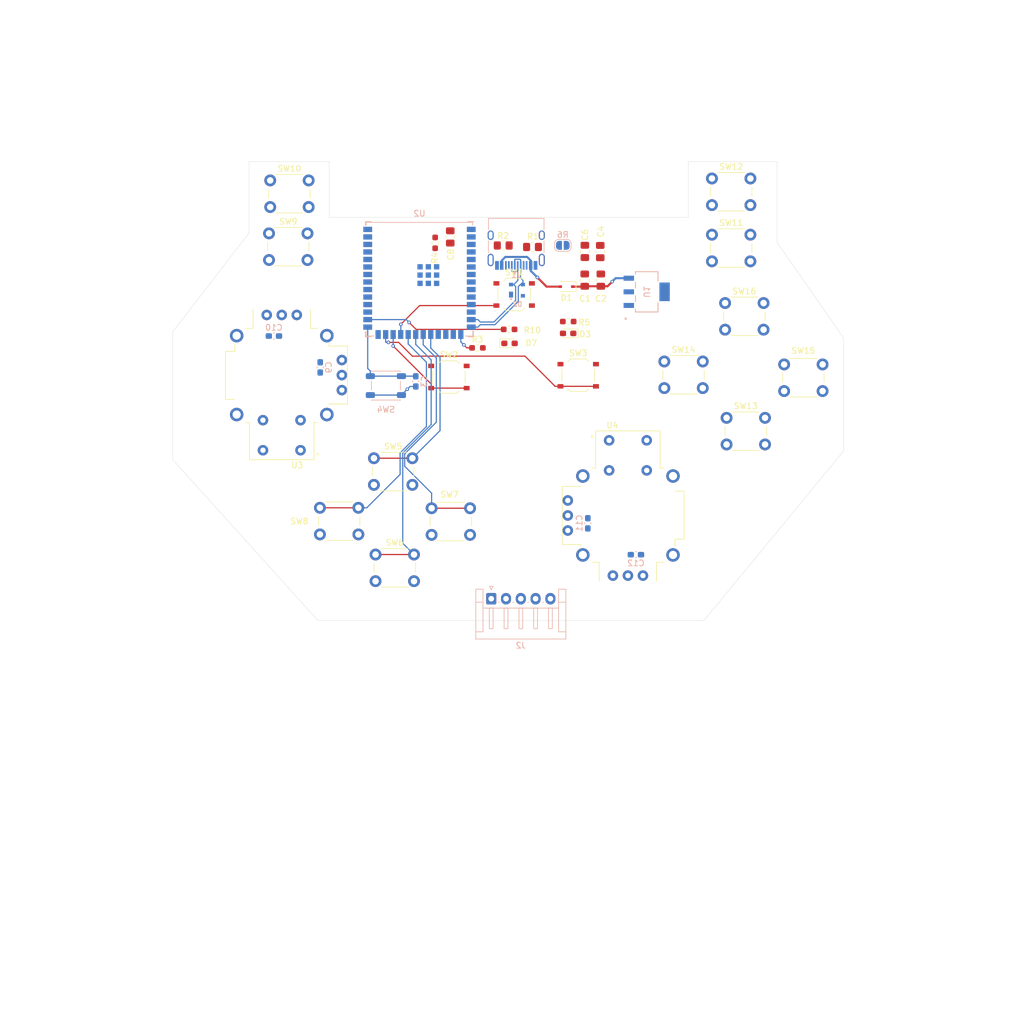
<source format=kicad_pcb>
(kicad_pcb (version 20241229) (generator "pcbnew") (generator_version "9.0")
  (layers (0 "F.Cu" signal) (2 "B.Cu" signal) (13 "F.Paste" user) (15 "B.Paste" user) (5 "F.SilkS" user "F.Silkscreen") (7 "B.SilkS" user "B.Silkscreen") (1 "F.Mask" user) (3 "B.Mask" user) (25 "Edge.Cuts" user))
  (net 0 "")
  (net 1 "GND")
  (net 2 "VCC_5V")
  (net 3 "GPIO0")
  (net 4 "VCC_3V3")
  (net 5 "/CHIP_PU")
  (net 6 "VBUS")
  (net 7 "D+")
  (net 8 "D-")
  (net 9 "Net-(D3-A)")
  (net 10 "Net-(D7-A)")
  (net 12 "/CC2")
  (net 13 "/CC1")
  (net 15 "TXD0")
  (net 16 "RXD0")
  (net 17 "GPIO42")
  (net 18 "GPIO41")
  (net 19 "GPIO2")
  (net 20 "GPIO8")
  (net 21 "GPIO1")
  (net 22 "GPIO15")
  (net 23 "GPIO7")
  (net 24 "GPIO10")
  (net 25 "GPIO9")
  (net 26 "GPIO11")
  (net 27 "GPIO12")
  (net 28 "GPIO14")
  (net 29 "GPIO16")
  (net 30 "GPIO5")
  (net 31 "GPIO13")
  (net 32 "GPIO4")
  (net 33 "GPIO18")
  (net 34 "GPIO6")
  (net 35 "GPIO17")
  (net 36 "GPIO3")
  (net 37 "ESP_3.3V")
  (net 38 "GPIO38")
  (net 39 "GPIO37")
  (net 40 "GPIO36")
  (net 41 "GPIO35")
  (net 42 "GPIO21")
  (net 43 "GPIO47")
  (net 44 "GPIO48")
  (footprint "Capacitor_SMD:C_0805_2012Metric_Pad1.18x1.45mm_HandSolder" (layer "F.Cu") (at 130.775 56.75 90)
    (property "Reference" "C8" (at -2.9875 0.075 90) (layer "F.SilkS"))
    (property "Value" "1uF")
    (pad "1" smd roundrect (at -1.0375 0 90) (size 1.175 1.45) (layers "F.Cu" "F.Mask" "F.Paste") (roundrect_rratio 0.212766) (net 5 "/CHIP_PU"))
    (pad "2" smd roundrect (at 1.0375 0 90) (size 1.175 1.45) (layers "F.Cu" "F.Mask" "F.Paste") (roundrect_rratio 0.212766) (net 1 "GND"))
  )
  (footprint "Button_Switch_THT:SW_PUSH_6mm" (layer "F.Cu") (at 100.15 56.15)
    (property "Reference" "SW9" (at 3.25 -2 0) (layer "F.SilkS"))
    (property "Value" "SW_Push")
    (pad "1" thru_hole circle (at 0 0 90) (size 2 2) (drill 1.1) (layers "*.Cu" "*.Mask") (net 33 "GPIO18"))
    (pad "1" thru_hole circle (at 6.5 0 90) (size 2 2) (drill 1.1) (layers "*.Cu" "*.Mask") (net 33 "GPIO18"))
    (pad "2" thru_hole circle (at 0 4.5 90) (size 2 2) (drill 1.1) (layers "*.Cu" "*.Mask") (net 1 "GND"))
    (pad "2" thru_hole circle (at 6.5 4.5 90) (size 2 2) (drill 1.1) (layers "*.Cu" "*.Mask") (net 1 "GND"))
  )
  (footprint "COM_09032:XDCR_COM-09032" (layer "F.Cu") (at 160.8 103.825)
    (property "Reference" "U4" (at -2.625 -15.235 0) (layer "F.SilkS"))
    (property "Value" "COM-09032")
    (pad "B1A" thru_hole circle (at -3.175 -12.7) (size 1.778 1.778) (drill 0.9) (layers "*.Cu" "*.Mask") (net 21 "GPIO1"))
    (pad "B1B" thru_hole circle (at 3.175 -12.7) (size 1.778 1.778) (drill 0.9) (layers "*.Cu" "*.Mask"))
    (pad "B2A" thru_hole circle (at -3.175 -7.62) (size 1.778 1.778) (drill 0.9) (layers "*.Cu" "*.Mask") (net 1 "GND"))
    (pad "B2B" thru_hole circle (at 3.175 -7.62) (size 1.778 1.778) (drill 0.9) (layers "*.Cu" "*.Mask"))
    (pad "H1" thru_hole circle (at -2.54 10.16) (size 1.778 1.778) (drill 0.889) (layers "*.Cu" "*.Mask") (net 4 "VCC_3V3"))
    (pad "H2" thru_hole circle (at 0 10.16) (size 1.778 1.778) (drill 0.889) (layers "*.Cu" "*.Mask") (net 19 "GPIO2"))
    (pad "H3" thru_hole circle (at 2.54 10.16) (size 1.778 1.778) (drill 0.889) (layers "*.Cu" "*.Mask") (net 1 "GND"))
    (pad "S1" thru_hole circle (at -7.62 -6.6675) (size 2.286 2.286) (drill 1.397) (layers "*.Cu" "*.Mask") (net 1 "GND"))
    (pad "S2" thru_hole circle (at -7.62 6.6675) (size 2.286 2.286) (drill 1.397) (layers "*.Cu" "*.Mask") (net 1 "GND"))
    (pad "S3" thru_hole circle (at 7.62 6.6675) (size 2.286 2.286) (drill 1.397) (layers "*.Cu" "*.Mask") (net 1 "GND"))
    (pad "S4" thru_hole circle (at 7.62 -6.6675) (size 2.286 2.286) (drill 1.397) (layers "*.Cu" "*.Mask") (net 1 "GND"))
    (pad "V1" thru_hole circle (at -10.16 -2.54) (size 1.778 1.778) (drill 0.889) (layers "*.Cu" "*.Mask") (net 4 "VCC_3V3"))
    (pad "V2" thru_hole circle (at -10.16 0) (size 1.778 1.778) (drill 0.889) (layers "*.Cu" "*.Mask") (net 22 "GPIO15"))
    (pad "V3" thru_hole circle (at -10.16 2.54) (size 1.778 1.778) (drill 0.889) (layers "*.Cu" "*.Mask") (net 1 "GND"))
  )
  (footprint "Button_Switch_THT:SW_PUSH_6mm" (layer "F.Cu") (at 175 46.875)
    (property "Reference" "SW12" (at 3.25 -2 0) (layer "F.SilkS"))
    (property "Value" "SW_Push")
    (pad "1" thru_hole circle (at 0 0 90) (size 2 2) (drill 1.1) (layers "*.Cu" "*.Mask") (net 1 "GND"))
    (pad "1" thru_hole circle (at 6.5 0 90) (size 2 2) (drill 1.1) (layers "*.Cu" "*.Mask") (net 1 "GND"))
    (pad "2" thru_hole circle (at 0 4.5 90) (size 2 2) (drill 1.1) (layers "*.Cu" "*.Mask") (net 36 "GPIO3"))
    (pad "2" thru_hole circle (at 6.5 4.5 90) (size 2 2) (drill 1.1) (layers "*.Cu" "*.Mask") (net 36 "GPIO3"))
  )
  (footprint "Button_Switch_THT:SW_PUSH_6mm" (layer "F.Cu") (at 193.7 82.8 180)
    (property "Reference" "SW15" (at 3.25 6.825 0) (layer "F.SilkS"))
    (property "Value" "SW_Push")
    (pad "1" thru_hole circle (at 0 0 270) (size 2 2) (drill 1.1) (layers "*.Cu" "*.Mask") (net 1 "GND"))
    (pad "1" thru_hole circle (at 6.5 0 270) (size 2 2) (drill 1.1) (layers "*.Cu" "*.Mask") (net 1 "GND"))
    (pad "2" thru_hole circle (at 0 4.5 270) (size 2 2) (drill 1.1) (layers "*.Cu" "*.Mask") (net 20 "GPIO8"))
    (pad "2" thru_hole circle (at 6.5 4.5 270) (size 2 2) (drill 1.1) (layers "*.Cu" "*.Mask") (net 20 "GPIO8"))
  )
  (footprint "Button_Switch_THT:SW_PUSH_6mm" (layer "F.Cu") (at 134.125 107.1 180)
    (property "Reference" "SW7" (at 3.475 6.825 0) (layer "F.SilkS"))
    (property "Value" "SW_Push")
    (pad "1" thru_hole circle (at 0 0 270) (size 2 2) (drill 1.1) (layers "*.Cu" "*.Mask") (net 1 "GND"))
    (pad "1" thru_hole circle (at 6.5 0 270) (size 2 2) (drill 1.1) (layers "*.Cu" "*.Mask") (net 1 "GND"))
    (pad "2" thru_hole circle (at 0 4.5 270) (size 2 2) (drill 1.1) (layers "*.Cu" "*.Mask") (net 27 "GPIO12"))
    (pad "2" thru_hole circle (at 6.5 4.5 270) (size 2 2) (drill 1.1) (layers "*.Cu" "*.Mask") (net 27 "GPIO12"))
  )
  (footprint "footprints:SW_Push_1P1T_XKB_TS-1187A" (layer "F.Cu") (at 152.4 80.125)
    (property "Reference" "SW3" (at 0 -3.75 0) (layer "F.SilkS"))
    (property "Value" "SW_Push")
    (pad "1" smd rect (at -3 -1.875) (size 1 0.75) (layers "F.Cu" "F.Mask" "F.Paste") (net 1 "GND"))
    (pad "1" smd rect (at 3 -1.875) (size 1 0.75) (layers "F.Cu" "F.Mask" "F.Paste") (net 1 "GND"))
    (pad "2" smd rect (at -3 1.875) (size 1 0.75) (layers "F.Cu" "F.Mask" "F.Paste") (net 44 "GPIO48"))
    (pad "2" smd rect (at 3 1.875) (size 1 0.75) (layers "F.Cu" "F.Mask" "F.Paste") (net 44 "GPIO48"))
  )
  (footprint "footprints:SW_Push_1P1T_XKB_TS-1187A" (layer "F.Cu") (at 130.55 80.425)
    (property "Reference" "SW2" (at 0 -3.75 0) (layer "F.SilkS"))
    (property "Value" "SW_Push")
    (pad "1" smd rect (at -3 -1.875) (size 1 0.75) (layers "F.Cu" "F.Mask" "F.Paste") (net 1 "GND"))
    (pad "1" smd rect (at 3 -1.875) (size 1 0.75) (layers "F.Cu" "F.Mask" "F.Paste") (net 1 "GND"))
    (pad "2" smd rect (at -3 1.875) (size 1 0.75) (layers "F.Cu" "F.Mask" "F.Paste") (net 43 "GPIO47"))
    (pad "2" smd rect (at 3 1.875) (size 1 0.75) (layers "F.Cu" "F.Mask" "F.Paste") (net 43 "GPIO47"))
  )
  (footprint "Resistor_SMD:R_0805_2012Metric_Pad1.20x1.40mm_HandSolder" (layer "F.Cu") (at 144.675 58.45 180)
    (property "Reference" "R1" (at -0.075 1.775 0) (layer "F.SilkS"))
    (property "Value" "5.1K")
    (pad "1" smd roundrect (at -1 0 180) (size 1.2 1.4) (layers "F.Cu" "F.Mask" "F.Paste") (roundrect_rratio 0.208333) (net 1 "GND"))
    (pad "2" smd roundrect (at 1 0 180) (size 1.2 1.4) (layers "F.Cu" "F.Mask" "F.Paste") (roundrect_rratio 0.208333) (net 12 "/CC2"))
  )
  (footprint "Button_Switch_THT:SW_PUSH_6mm" (layer "F.Cu") (at 117.875 94.15)
    (property "Reference" "SW5" (at 3.25 -2 0) (layer "F.SilkS"))
    (property "Value" "SW_Push")
    (pad "1" thru_hole circle (at 0 0 90) (size 2 2) (drill 1.1) (layers "*.Cu" "*.Mask") (net 26 "GPIO11"))
    (pad "1" thru_hole circle (at 6.5 0 90) (size 2 2) (drill 1.1) (layers "*.Cu" "*.Mask") (net 26 "GPIO11"))
    (pad "2" thru_hole circle (at 0 4.5 90) (size 2 2) (drill 1.1) (layers "*.Cu" "*.Mask") (net 1 "GND"))
    (pad "2" thru_hole circle (at 6.5 4.5 90) (size 2 2) (drill 1.1) (layers "*.Cu" "*.Mask") (net 1 "GND"))
  )
  (footprint "Resistor_SMD:R_0603_1608Metric_Pad0.98x0.95mm_HandSolder" (layer "F.Cu") (at 140.725 72.375)
    (property "Reference" "R10" (at 3.925 0.125 0) (layer "F.SilkS"))
    (property "Value" "1K")
    (pad "1" smd roundrect (at -0.9125 0) (size 0.975 0.95) (layers "F.Cu" "F.Mask" "F.Paste") (net 41 "GPIO35"))
    (pad "2" smd roundrect (at 0.9125 0) (size 0.975 0.95) (layers "F.Cu" "F.Mask" "F.Paste") (net 10 "Net-(D7-A)"))
  )
  (footprint "Resistor_SMD:R_0603_1608Metric_Pad0.98x0.95mm_HandSolder" (layer "F.Cu") (at 128.225 57.75 90)
    (property "Reference" "R4" (at -2.55 -0.05 90) (layer "F.SilkS"))
    (property "Value" "10K")
    (pad "1" smd roundrect (at -0.9125 0 90) (size 0.975 0.95) (layers "F.Cu" "F.Mask" "F.Paste") (net 5 "/CHIP_PU"))
    (pad "2" smd roundrect (at 0.9125 0 90) (size 0.975 0.95) (layers "F.Cu" "F.Mask" "F.Paste") (net 37 "ESP_3.3V"))
  )
  (footprint "Button_Switch_THT:SW_PUSH_6mm" (layer "F.Cu") (at 118.15 110.425)
    (property "Reference" "SW6" (at 3.25 -2 0) (layer "F.SilkS"))
    (property "Value" "SW_Push")
    (pad "1" thru_hole circle (at 0 0 90) (size 2 2) (drill 1.1) (layers "*.Cu" "*.Mask") (net 31 "GPIO13"))
    (pad "1" thru_hole circle (at 6.5 0 90) (size 2 2) (drill 1.1) (layers "*.Cu" "*.Mask") (net 31 "GPIO13"))
    (pad "2" thru_hole circle (at 0 4.5 90) (size 2 2) (drill 1.1) (layers "*.Cu" "*.Mask") (net 1 "GND"))
    (pad "2" thru_hole circle (at 6.5 4.5 90) (size 2 2) (drill 1.1) (layers "*.Cu" "*.Mask") (net 1 "GND"))
  )
  (footprint "LED_SMD:LED_0603_1608Metric_Pad1.05x0.95mm_HandSolder" (layer "F.Cu") (at 150.7 73.05 180)
    (property "Reference" "D3" (at -2.875 -0.15 0) (layer "F.SilkS"))
    (property "Value" "LED")
    (pad "1" smd roundrect (at -0.875 0 180) (size 1.05 0.95) (layers "F.Cu" "F.Mask" "F.Paste") (net 1 "GND"))
    (pad "2" smd roundrect (at 0.875 0 180) (size 1.05 0.95) (layers "F.Cu" "F.Mask" "F.Paste") (net 9 "Net-(D3-A)"))
  )
  (footprint "Button_Switch_THT:SW_PUSH_6mm" (layer "F.Cu") (at 177.475 87.325)
    (property "Reference" "SW13" (at 3.25 -2 0) (layer "F.SilkS"))
    (property "Value" "SW_Push")
    (pad "1" thru_hole circle (at 0 0 90) (size 2 2) (drill 1.1) (layers "*.Cu" "*.Mask") (net 23 "GPIO7"))
    (pad "1" thru_hole circle (at 6.5 0 90) (size 2 2) (drill 1.1) (layers "*.Cu" "*.Mask") (net 23 "GPIO7"))
    (pad "2" thru_hole circle (at 0 4.5 90) (size 2 2) (drill 1.1) (layers "*.Cu" "*.Mask") (net 1 "GND"))
    (pad "2" thru_hole circle (at 6.5 4.5 90) (size 2 2) (drill 1.1) (layers "*.Cu" "*.Mask") (net 1 "GND"))
  )
  (footprint "footprints:SW_Push_1P1T_XKB_TS-1187A" (layer "F.Cu") (at 141.575 66.475)
    (property "Reference" "SW1" (at 0 -3.75 0) (layer "F.SilkS"))
    (property "Value" "SW_Push")
    (pad "1" smd rect (at -3 -1.875) (size 1 0.75) (layers "F.Cu" "F.Mask" "F.Paste") (net 1 "GND"))
    (pad "1" smd rect (at 3 -1.875) (size 1 0.75) (layers "F.Cu" "F.Mask" "F.Paste") (net 1 "GND"))
    (pad "2" smd rect (at -3 1.875) (size 1 0.75) (layers "F.Cu" "F.Mask" "F.Paste") (net 42 "GPIO21"))
    (pad "2" smd rect (at 3 1.875) (size 1 0.75) (layers "F.Cu" "F.Mask" "F.Paste") (net 42 "GPIO21"))
  )
  (footprint "Button_Switch_THT:SW_PUSH_6mm" (layer "F.Cu") (at 115.25 107.025 180)
    (property "Reference" "SW8" (at 9.975 2.225 0) (layer "F.SilkS"))
    (property "Value" "SW_Push")
    (pad "1" thru_hole circle (at 0 0 270) (size 2 2) (drill 1.1) (layers "*.Cu" "*.Mask") (net 1 "GND"))
    (pad "1" thru_hole circle (at 6.5 0 270) (size 2 2) (drill 1.1) (layers "*.Cu" "*.Mask") (net 1 "GND"))
    (pad "2" thru_hole circle (at 0 4.5 270) (size 2 2) (drill 1.1) (layers "*.Cu" "*.Mask") (net 28 "GPIO14"))
    (pad "2" thru_hole circle (at 6.5 4.5 270) (size 2 2) (drill 1.1) (layers "*.Cu" "*.Mask") (net 28 "GPIO14"))
  )
  (footprint "COM_09032:XDCR_COM-09032" (layer "F.Cu") (at 102.3 80.1 180)
    (property "Reference" "U3" (at -2.625 -15.235 0) (layer "F.SilkS"))
    (property "Value" "COM-09032")
    (pad "B1A" thru_hole circle (at -3.175 -12.7 180) (size 1.778 1.778) (drill 0.9) (layers "*.Cu" "*.Mask") (net 29 "GPIO16"))
    (pad "B1B" thru_hole circle (at 3.175 -12.7 180) (size 1.778 1.778) (drill 0.9) (layers "*.Cu" "*.Mask"))
    (pad "B2A" thru_hole circle (at -3.175 -7.62 180) (size 1.778 1.778) (drill 0.9) (layers "*.Cu" "*.Mask") (net 1 "GND"))
    (pad "B2B" thru_hole circle (at 3.175 -7.62 180) (size 1.778 1.778) (drill 0.9) (layers "*.Cu" "*.Mask"))
    (pad "H1" thru_hole circle (at -2.54 10.16 180) (size 1.778 1.778) (drill 0.889) (layers "*.Cu" "*.Mask") (net 4 "VCC_3V3"))
    (pad "H2" thru_hole circle (at 0 10.16 180) (size 1.778 1.778) (drill 0.889) (layers "*.Cu" "*.Mask") (net 30 "GPIO5"))
    (pad "H3" thru_hole circle (at 2.54 10.16 180) (size 1.778 1.778) (drill 0.889) (layers "*.Cu" "*.Mask") (net 1 "GND"))
    (pad "S1" thru_hole circle (at -7.62 -6.6675 180) (size 2.286 2.286) (drill 1.397) (layers "*.Cu" "*.Mask") (net 1 "GND"))
    (pad "S2" thru_hole circle (at -7.62 6.6675 180) (size 2.286 2.286) (drill 1.397) (layers "*.Cu" "*.Mask") (net 1 "GND"))
    (pad "S3" thru_hole circle (at 7.62 6.6675 180) (size 2.286 2.286) (drill 1.397) (layers "*.Cu" "*.Mask") (net 1 "GND"))
    (pad "S4" thru_hole circle (at 7.62 -6.6675 180) (size 2.286 2.286) (drill 1.397) (layers "*.Cu" "*.Mask") (net 1 "GND"))
    (pad "V1" thru_hole circle (at -10.16 -2.54 180) (size 1.778 1.778) (drill 0.889) (layers "*.Cu" "*.Mask") (net 4 "VCC_3V3"))
    (pad "V2" thru_hole circle (at -10.16 0 180) (size 1.778 1.778) (drill 0.889) (layers "*.Cu" "*.Mask") (net 32 "GPIO4"))
    (pad "V3" thru_hole circle (at -10.16 2.54 180) (size 1.778 1.778) (drill 0.889) (layers "*.Cu" "*.Mask") (net 1 "GND"))
  )
  (footprint "Capacitor_SMD:C_0805_2012Metric_Pad1.18x1.45mm_HandSolder" (layer "F.Cu") (at 153.525 59.2 -90)
    (property "Reference" "C6" (at -2.8 -0.025 90) (layer "F.SilkS"))
    (property "Value" "10uF")
    (pad "1" smd roundrect (at -1.0375 0 270) (size 1.175 1.45) (layers "F.Cu" "F.Mask" "F.Paste") (roundrect_rratio 0.212766) (net 4 "VCC_3V3"))
    (pad "2" smd roundrect (at 1.0375 0 270) (size 1.175 1.45) (layers "F.Cu" "F.Mask" "F.Paste") (roundrect_rratio 0.212766) (net 1 "GND"))
  )
  (footprint "Capacitor_SMD:C_0805_2012Metric_Pad1.18x1.45mm_HandSolder" (layer "F.Cu") (at 153.5 64.05 90)
    (property "Reference" "C1" (at -3.125 0.05 0) (layer "F.SilkS"))
    (property "Value" "10uF")
    (pad "1" smd roundrect (at -1.0375 0 90) (size 1.175 1.45) (layers "F.Cu" "F.Mask" "F.Paste") (roundrect_rratio 0.212766) (net 2 "VCC_5V"))
    (pad "2" smd roundrect (at 1.0375 0 90) (size 1.175 1.45) (layers "F.Cu" "F.Mask" "F.Paste") (roundrect_rratio 0.212766) (net 1 "GND"))
  )
  (footprint "LED_SMD:LED_0603_1608Metric_Pad1.05x0.95mm_HandSolder" (layer "F.Cu") (at 140.79 74.735)
    (property "Reference" "D7" (at 3.685 -0.06 0) (layer "F.SilkS"))
    (property "Value" "LED")
    (pad "1" smd roundrect (at -0.875 0) (size 1.05 0.95) (layers "F.Cu" "F.Mask" "F.Paste") (net 1 "GND"))
    (pad "2" smd roundrect (at 0.875 0) (size 1.05 0.95) (layers "F.Cu" "F.Mask" "F.Paste") (net 10 "Net-(D7-A)"))
  )
  (footprint "Resistor_SMD:R_0603_1608Metric_Pad0.98x0.95mm_HandSolder" (layer "F.Cu") (at 135.375 75.5)
    (property "Reference" "R3" (at 0 -1.43 0) (layer "F.SilkS"))
    (property "Value" "1K")
    (pad "1" smd roundrect (at -0.9125 0) (size 0.975 0.95) (layers "F.Cu" "F.Mask" "F.Paste") (net 36 "GPIO3"))
    (pad "2" smd roundrect (at 0.9125 0) (size 0.975 0.95) (layers "F.Cu" "F.Mask" "F.Paste") (net 4 "VCC_3V3"))
  )
  (footprint "Capacitor_SMD:C_0805_2012Metric_Pad1.18x1.45mm_HandSolder" (layer "F.Cu") (at 156.225 64.05 90)
    (property "Reference" "C2" (at -3.125 0 0) (layer "F.SilkS"))
    (property "Value" "0.1uF")
    (pad "1" smd roundrect (at -1.0375 0 90) (size 1.175 1.45) (layers "F.Cu" "F.Mask" "F.Paste") (roundrect_rratio 0.212766) (net 2 "VCC_5V"))
    (pad "2" smd roundrect (at 1.0375 0 90) (size 1.175 1.45) (layers "F.Cu" "F.Mask" "F.Paste") (roundrect_rratio 0.212766) (net 1 "GND"))
  )
  (footprint "Button_Switch_THT:SW_PUSH_6mm" (layer "F.Cu") (at 166.95 77.8)
    (property "Reference" "SW14" (at 3.25 -2 0) (layer "F.SilkS"))
    (property "Value" "SW_Push")
    (pad "1" thru_hole circle (at 0 0 90) (size 2 2) (drill 1.1) (layers "*.Cu" "*.Mask") (net 25 "GPIO9"))
    (pad "1" thru_hole circle (at 6.5 0 90) (size 2 2) (drill 1.1) (layers "*.Cu" "*.Mask") (net 25 "GPIO9"))
    (pad "2" thru_hole circle (at 0 4.5 90) (size 2 2) (drill 1.1) (layers "*.Cu" "*.Mask") (net 1 "GND"))
    (pad "2" thru_hole circle (at 6.5 4.5 90) (size 2 2) (drill 1.1) (layers "*.Cu" "*.Mask") (net 1 "GND"))
  )
  (footprint "Button_Switch_THT:SW_PUSH_6mm" (layer "F.Cu") (at 100.35 47.2)
    (property "Reference" "SW10" (at 3.25 -2 0) (layer "F.SilkS"))
    (property "Value" "SW_Push")
    (pad "1" thru_hole circle (at 0 0 90) (size 2 2) (drill 1.1) (layers "*.Cu" "*.Mask") (net 34 "GPIO6"))
    (pad "1" thru_hole circle (at 6.5 0 90) (size 2 2) (drill 1.1) (layers "*.Cu" "*.Mask") (net 34 "GPIO6"))
    (pad "2" thru_hole circle (at 0 4.5 90) (size 2 2) (drill 1.1) (layers "*.Cu" "*.Mask") (net 1 "GND"))
    (pad "2" thru_hole circle (at 6.5 4.5 90) (size 2 2) (drill 1.1) (layers "*.Cu" "*.Mask") (net 1 "GND"))
  )
  (footprint "Button_Switch_THT:SW_PUSH_6mm" (layer "F.Cu") (at 177.225 67.925)
    (property "Reference" "SW16" (at 3.25 -2 0) (layer "F.SilkS"))
    (property "Value" "SW_Push")
    (pad "1" thru_hole circle (at 0 0 90) (size 2 2) (drill 1.1) (layers "*.Cu" "*.Mask") (net 1 "GND"))
    (pad "1" thru_hole circle (at 6.5 0 90) (size 2 2) (drill 1.1) (layers "*.Cu" "*.Mask") (net 1 "GND"))
    (pad "2" thru_hole circle (at 0 4.5 90) (size 2 2) (drill 1.1) (layers "*.Cu" "*.Mask") (net 24 "GPIO10"))
    (pad "2" thru_hole circle (at 6.5 4.5 90) (size 2 2) (drill 1.1) (layers "*.Cu" "*.Mask") (net 24 "GPIO10"))
  )
  (footprint "Resistor_SMD:R_0805_2012Metric_Pad1.20x1.40mm_HandSolder" (layer "F.Cu") (at 139.725 58.2)
    (property "Reference" "R2" (at 0 -1.65 0) (layer "F.SilkS"))
    (property "Value" "5.1K")
    (pad "1" smd roundrect (at -1 0) (size 1.2 1.4) (layers "F.Cu" "F.Mask" "F.Paste") (roundrect_rratio 0.208333) (net 1 "GND"))
    (pad "2" smd roundrect (at 1 0) (size 1.2 1.4) (layers "F.Cu" "F.Mask" "F.Paste") (roundrect_rratio 0.208333) (net 13 "/CC1"))
  )
  (footprint "Button_Switch_THT:SW_PUSH_6mm" (layer "F.Cu") (at 175 56.375)
    (property "Reference" "SW11" (at 3.25 -2 0) (layer "F.SilkS"))
    (property "Value" "SW_Push")
    (pad "1" thru_hole circle (at 0 0 90) (size 2 2) (drill 1.1) (layers "*.Cu" "*.Mask") (net 1 "GND"))
    (pad "1" thru_hole circle (at 6.5 0 90) (size 2 2) (drill 1.1) (layers "*.Cu" "*.Mask") (net 1 "GND"))
    (pad "2" thru_hole circle (at 0 4.5 90) (size 2 2) (drill 1.1) (layers "*.Cu" "*.Mask") (net 35 "GPIO17"))
    (pad "2" thru_hole circle (at 6.5 4.5 90) (size 2 2) (drill 1.1) (layers "*.Cu" "*.Mask") (net 35 "GPIO17"))
  )
  (footprint "Capacitor_SMD:C_0805_2012Metric_Pad1.18x1.45mm_HandSolder" (layer "F.Cu") (at 156.125 59.225 -90)
    (property "Reference" "C4" (at -3.375 -0.1 90) (layer "F.SilkS"))
    (property "Value" "0.1uF")
    (pad "1" smd roundrect (at -1.0375 0 270) (size 1.175 1.45) (layers "F.Cu" "F.Mask" "F.Paste") (roundrect_rratio 0.212766) (net 4 "VCC_3V3"))
    (pad "2" smd roundrect (at 1.0375 0 270) (size 1.175 1.45) (layers "F.Cu" "F.Mask" "F.Paste") (roundrect_rratio 0.212766) (net 1 "GND"))
  )
  (footprint "Diode_SMD:D_SOD-323" (layer "F.Cu") (at 150.425 65.15 180)
    (property "Reference" "D1" (at 0.025 -1.875 0) (layer "F.SilkS"))
    (property "Value" "1N5819WS")
    (pad "1" smd roundrect (at -1.05 0 180) (size 0.6 0.45) (layers "F.Cu" "F.Mask" "F.Paste") (net 2 "VCC_5V"))
    (pad "2" smd roundrect (at 1.05 0 180) (size 0.6 0.45) (layers "F.Cu" "F.Mask" "F.Paste") (net 6 "VBUS"))
  )
  (footprint "Resistor_SMD:R_0603_1608Metric_Pad0.98x0.95mm_HandSolder" (layer "F.Cu") (at 150.7125 71.05 180)
    (property "Reference" "R5" (at -2.7125 -0.15 0) (layer "F.SilkS"))
    (property "Value" "1K")
    (pad "1" smd roundrect (at -0.9125 0 180) (size 0.975 0.95) (layers "F.Cu" "F.Mask" "F.Paste") (net 4 "VCC_3V3"))
    (pad "2" smd roundrect (at 0.9125 0 180) (size 0.975 0.95) (layers "F.Cu" "F.Mask" "F.Paste") (net 9 "Net-(D3-A)"))
  )
  (footprint "Button_Switch_SMD:SW_SPST_PTS647_Sx38" (layer "B.Cu") (at 119.9 81.875)
    (property "Reference" "SW4" (at 0 4.05 180) (layer "B.SilkS") (effects (justify mirror)))
    (property "Value" "SW_Push")
    (pad "1" smd roundrect (at -2.625 1.6) (size 1.55 1) (layers "B.Cu" "B.Mask" "B.Paste") (net 1 "GND"))
    (pad "1" smd roundrect (at 2.625 1.6) (size 1.55 1) (layers "B.Cu" "B.Mask" "B.Paste") (net 1 "GND"))
    (pad "2" smd roundrect (at -2.625 -1.6) (size 1.55 1) (layers "B.Cu" "B.Mask" "B.Paste") (net 3 "GPIO0"))
    (pad "2" smd roundrect (at 2.625 -1.6) (size 1.55 1) (layers "B.Cu" "B.Mask" "B.Paste") (net 3 "GPIO0"))
  )
  (footprint "Capacitor_SMD:C_0603_1608Metric_Pad1.08x0.95mm_HandSolder" (layer "B.Cu") (at 154.025 105.15 -90)
    (property "Reference" "C11" (at 0 1.43 90) (layer "B.SilkS") (effects (justify mirror)))
    (property "Value" "1uF")
    (pad "1" smd roundrect (at -0.8625 0 270) (size 1.075 0.95) (layers "B.Cu" "B.Mask" "B.Paste") (net 22 "GPIO15"))
    (pad "2" smd roundrect (at 0.8625 0 270) (size 1.075 0.95) (layers "B.Cu" "B.Mask" "B.Paste") (net 1 "GND"))
  )
  (footprint "Capacitor_SMD:C_0603_1608Metric_Pad1.08x0.95mm_HandSolder" (layer "B.Cu") (at 124.95 81.1625 90)
    (property "Reference" "C3" (at 0 1.43 90) (layer "B.SilkS") (effects (justify mirror)))
    (property "Value" "0.1uF")
    (pad "1" smd roundrect (at -0.8625 0 90) (size 1.075 0.95) (layers "B.Cu" "B.Mask" "B.Paste") (net 1 "GND"))
    (pad "2" smd roundrect (at 0.8625 0 90) (size 1.075 0.95) (layers "B.Cu" "B.Mask" "B.Paste") (net 3 "GPIO0"))
  )
  (footprint "Capacitor_SMD:C_0603_1608Metric_Pad1.08x0.95mm_HandSolder" (layer "B.Cu") (at 108.8 78.8 90)
    (property "Reference" "C9" (at 0 1.43 90) (layer "B.SilkS") (effects (justify mirror)))
    (property "Value" "1uF")
    (pad "1" smd roundrect (at -0.8625 0 90) (size 1.075 0.95) (layers "B.Cu" "B.Mask" "B.Paste") (net 32 "GPIO4"))
    (pad "2" smd roundrect (at 0.8625 0 90) (size 1.075 0.95) (layers "B.Cu" "B.Mask" "B.Paste") (net 1 "GND"))
  )
  (footprint "AZ1117CH_3_3TRG1:SOT-223_DIO" (layer "B.Cu") (at 163.975 66.0285 90)
    (property "Reference" "U1" (at 0 0 270) (layer "B.SilkS") (effects (justify mirror)))
    (property "Value" "AZ1117CH-3.3TRG1")
    (pad "1" smd rect (at -2.3 -3.025 90) (size 0.8508 1.7612) (layers "B.Cu" "B.Mask" "B.Paste") (net 1 "GND"))
    (pad "2" smd rect (at 0 -3.025 90) (size 0.8508 1.7612) (layers "B.Cu" "B.Mask" "B.Paste") (net 4 "VCC_3V3"))
    (pad "3" smd rect (at 2.3 -3.025 90) (size 0.8508 1.7612) (layers "B.Cu" "B.Mask" "B.Paste") (net 2 "VCC_5V"))
    (pad "4" smd rect (at 0 3.025 90) (size 3.150799 1.7612) (layers "B.Cu" "B.Mask" "B.Paste"))
  )
  (footprint "PRTR5V0U2X_215:PRTR5V0U2X_215" (layer "B.Cu") (at 142.05 65.75 90)
    (property "Reference" "D2" (at -2.375 0.1 0) (layer "B.SilkS") (effects (font (size 0.802567 0.802567)) (justify mirror)))
    (property "Value" "PRTR5V0U2X_215")
    (pad "1" smd rect (at -0.75 -1 90) (size 1 0.7) (layers "B.Cu" "B.Mask" "B.Paste") (net 1 "GND"))
    (pad "2" smd rect (at 0.95 -1 90) (size 0.6 0.7) (layers "B.Cu" "B.Mask" "B.Paste") (net 8 "D-"))
    (pad "3" smd rect (at 0.95 1 90) (size 0.6 0.7) (layers "B.Cu" "B.Mask" "B.Paste") (net 7 "D+"))
    (pad "4" smd rect (at -0.95 1 90) (size 0.6 0.7) (layers "B.Cu" "B.Mask" "B.Paste") (net 6 "VBUS"))
  )
  (footprint "Connector_JST:JST_EH_S5B-EH_1x05_P2.50mm_Horizontal" (layer "B.Cu") (at 137.7 117.8925)
    (property "Reference" "J2" (at 5 7.9 0) (layer "B.SilkS") (effects (justify mirror)))
    (property "Value" "Conn_01x05_Pin")
    (pad "1" thru_hole roundrect (at 0 0) (size 1.7 1.95) (drill 0.95) (layers "*.Cu" "*.Mask") (roundrect_rratio 0.147059) (net 16 "RXD0"))
    (pad "2" thru_hole oval (at 2.5 0) (size 1.7 1.95) (drill 0.95) (layers "*.Cu" "*.Mask") (net 15 "TXD0"))
    (pad "3" thru_hole oval (at 5 0) (size 1.7 1.95) (drill 0.95) (layers "*.Cu" "*.Mask") (net 1 "GND"))
    (pad "4" thru_hole oval (at 7.5 0) (size 1.7 1.95) (drill 0.95) (layers "*.Cu" "*.Mask") (net 18 "GPIO41"))
    (pad "5" thru_hole oval (at 10 0) (size 1.7 1.95) (drill 0.95) (layers "*.Cu" "*.Mask") (net 17 "GPIO42"))
  )
  (footprint "Jumper:SolderJumper-2_P1.3mm_Open_RoundedPad1.0x1.5mm" (layer "B.Cu") (at 149.8 58.175 180)
    (property "Reference" "R6" (at 0 1.8 0) (layer "B.SilkS") (effects (justify mirror)))
    (property "Value" "0")
    (pad "1" smd custom (at -0.65 0 180) (size 1 0.5) (layers "B.Cu" "B.Mask") (net 4 "VCC_3V3") (options (clearance outline) (anchor rect)) (primitives (gr_circle (center 0 -0.25) (end 0.5 -0.25) (width 0) (fill yes)) (gr_circle (center 0 0.25) (end 0.5 0.25) (width 0) (fill yes)) (gr_poly (pts (xy 0.5 -0.75) (xy 0 -0.75) (xy 0 0.75) (xy 0.5 0.75)) (width 0) (fill yes))))
    (pad "2" smd custom (at 0.65 0 180) (size 1 0.5) (layers "B.Cu" "B.Mask") (net 37 "ESP_3.3V") (options (clearance outline) (anchor rect)) (primitives (gr_circle (center 0 -0.25) (end 0.5 -0.25) (width 0) (fill yes)) (gr_circle (center 0 0.25) (end 0.5 0.25) (width 0) (fill yes)) (gr_poly (pts (xy 0 -0.75) (xy -0.5 -0.75) (xy -0.5 0.75) (xy 0 0.75)) (width 0) (fill yes))))
  )
  (footprint "Capacitor_SMD:C_0603_1608Metric_Pad1.08x0.95mm_HandSolder" (layer "B.Cu") (at 100.975 73.5 180)
    (property "Reference" "C10" (at 0 1.43 0) (layer "B.SilkS") (effects (justify mirror)))
    (property "Value" "1uF")
    (pad "1" smd roundrect (at -0.8625 0 180) (size 1.075 0.95) (layers "B.Cu" "B.Mask" "B.Paste") (net 30 "GPIO5"))
    (pad "2" smd roundrect (at 0.8625 0 180) (size 1.075 0.95) (layers "B.Cu" "B.Mask" "B.Paste") (net 1 "GND"))
  )
  (footprint "12402012E212A:USB_C_Receptacle_HRO_TYPE-C-31-M-12" (layer "B.Cu") (at 141.925 57.515)
    (property "Reference" "J1" (at 0 5.645 0) (layer "B.SilkS") (effects (justify mirror)))
    (property "Value" "USB_C_Receptacle_USB2.0_16P")
    (pad "" np_thru_hole circle (at -2.89 2.6) (size 0.65 0.65) (drill 0.65) (layers "*.Cu" "*.Mask"))
    (pad "" np_thru_hole circle (at 2.89 2.6) (size 0.65 0.65) (drill 0.65) (layers "*.Cu" "*.Mask"))
    (pad "A1" smd rect (at -3.25 4.045) (size 0.6 1.45) (layers "B.Cu" "B.Mask" "B.Paste") (net 1 "GND"))
    (pad "A4" smd rect (at -2.45 4.045) (size 0.6 1.45) (layers "B.Cu" "B.Mask" "B.Paste") (net 6 "VBUS"))
    (pad "A5" smd rect (at -1.25 4.045) (size 0.3 1.45) (layers "B.Cu" "B.Mask" "B.Paste") (net 13 "/CC1"))
    (pad "A6" smd rect (at -0.25 4.045) (size 0.3 1.45) (layers "B.Cu" "B.Mask" "B.Paste") (net 7 "D+"))
    (pad "A7" smd rect (at 0.25 4.045) (size 0.3 1.45) (layers "B.Cu" "B.Mask" "B.Paste") (net 8 "D-"))
    (pad "A8" smd rect (at 1.25 4.045) (size 0.3 1.45) (layers "B.Cu" "B.Mask" "B.Paste"))
    (pad "A9" smd rect (at 2.45 4.045) (size 0.6 1.45) (layers "B.Cu" "B.Mask" "B.Paste") (net 6 "VBUS"))
    (pad "A12" smd rect (at 3.25 4.045) (size 0.6 1.45) (layers "B.Cu" "B.Mask" "B.Paste") (net 1 "GND"))
    (pad "B1" smd rect (at 3.25 4.045) (size 0.6 1.45) (layers "B.Cu" "B.Mask" "B.Paste") (net 1 "GND"))
    (pad "B4" smd rect (at 2.45 4.045) (size 0.6 1.45) (layers "B.Cu" "B.Mask" "B.Paste") (net 6 "VBUS"))
    (pad "B5" smd rect (at 1.75 4.045) (size 0.3 1.45) (layers "B.Cu" "B.Mask" "B.Paste") (net 12 "/CC2"))
    (pad "B6" smd rect (at 0.75 4.045) (size 0.3 1.45) (layers "B.Cu" "B.Mask" "B.Paste") (net 7 "D+"))
    (pad "B7" smd rect (at -0.75 4.045) (size 0.3 1.45) (layers "B.Cu" "B.Mask" "B.Paste") (net 8 "D-"))
    (pad "B8" smd rect (at -1.75 4.045) (size 0.3 1.45) (layers "B.Cu" "B.Mask" "B.Paste"))
    (pad "B9" smd rect (at -2.45 4.045) (size 0.6 1.45) (layers "B.Cu" "B.Mask" "B.Paste") (net 6 "VBUS"))
    (pad "B12" smd rect (at -3.25 4.045) (size 0.6 1.45) (layers "B.Cu" "B.Mask" "B.Paste") (net 1 "GND"))
    (pad "S1" thru_hole oval (at -4.32 -1.05) (size 1 1.6) (drill oval 0.6 1.2) (property pad_prop_heatsink) (layers "*.Cu" "*.Mask") (net 1 "GND"))
    (pad "S1" thru_hole oval (at -4.32 3.13) (size 1 2.1) (drill oval 0.6 1.7) (property pad_prop_heatsink) (layers "*.Cu" "*.Mask") (net 1 "GND"))
    (pad "S1" thru_hole oval (at 4.32 -1.05) (size 1 1.6) (drill oval 0.6 1.2) (property pad_prop_heatsink) (layers "*.Cu" "*.Mask") (net 1 "GND"))
    (pad "S1" thru_hole oval (at 4.32 3.13) (size 1 2.1) (drill oval 0.6 1.7) (property pad_prop_heatsink) (layers "*.Cu" "*.Mask") (net 1 "GND"))
  )
  (footprint "Capacitor_SMD:C_0603_1608Metric_Pad1.08x0.95mm_HandSolder" (layer "B.Cu") (at 162.15 110.45)
    (property "Reference" "C12" (at 0 1.43 180) (layer "B.SilkS") (effects (justify mirror)))
    (property "Value" "1uF")
    (pad "1" smd roundrect (at -0.8625 0) (size 1.075 0.95) (layers "B.Cu" "B.Mask" "B.Paste") (net 19 "GPIO2"))
    (pad "2" smd roundrect (at 0.8625 0) (size 1.075 0.95) (layers "B.Cu" "B.Mask" "B.Paste") (net 1 "GND"))
  )
  (footprint "PCM_Espressif:ESP32-S3-WROOM-1U" (layer "B.Cu") (at 125.575 63.74 180)
    (property "Reference" "U2" (at 0 10.95 0) (layer "B.SilkS") (effects (justify mirror)))
    (property "Value" "ESP32-S3-WROOM-1U-N4")
    (pad "1" smd rect (at -8.75 8.26 180) (size 1.5 0.9) (layers "B.Cu" "B.Mask" "B.Paste") (net 1 "GND"))
    (pad "2" smd rect (at -8.75 6.99 180) (size 1.5 0.9) (layers "B.Cu" "B.Mask" "B.Paste") (net 37 "ESP_3.3V"))
    (pad "3" smd rect (at -8.75 5.72 180) (size 1.5 0.9) (layers "B.Cu" "B.Mask" "B.Paste") (net 5 "/CHIP_PU"))
    (pad "4" smd rect (at -8.75 4.45 180) (size 1.5 0.9) (layers "B.Cu" "B.Mask" "B.Paste") (net 32 "GPIO4"))
    (pad "5" smd rect (at -8.75 3.18 180) (size 1.5 0.9) (layers "B.Cu" "B.Mask" "B.Paste") (net 30 "GPIO5"))
    (pad "6" smd rect (at -8.75 1.91 180) (size 1.5 0.9) (layers "B.Cu" "B.Mask" "B.Paste") (net 34 "GPIO6"))
    (pad "7" smd rect (at -8.75 0.64 180) (size 1.5 0.9) (layers "B.Cu" "B.Mask" "B.Paste") (net 23 "GPIO7"))
    (pad "8" smd rect (at -8.75 -0.63 180) (size 1.5 0.9) (layers "B.Cu" "B.Mask" "B.Paste") (net 22 "GPIO15"))
    (pad "9" smd rect (at -8.75 -1.9 180) (size 1.5 0.9) (layers "B.Cu" "B.Mask" "B.Paste") (net 29 "GPIO16"))
    (pad "10" smd rect (at -8.75 -3.17 180) (size 1.5 0.9) (layers "B.Cu" "B.Mask" "B.Paste") (net 35 "GPIO17"))
    (pad "11" smd rect (at -8.75 -4.44 180) (size 1.5 0.9) (layers "B.Cu" "B.Mask" "B.Paste") (net 33 "GPIO18"))
    (pad "12" smd rect (at -8.75 -5.71 180) (size 1.5 0.9) (layers "B.Cu" "B.Mask" "B.Paste") (net 20 "GPIO8"))
    (pad "13" smd rect (at -8.75 -6.98 180) (size 1.5 0.9) (layers "B.Cu" "B.Mask" "B.Paste") (net 8 "D-"))
    (pad "14" smd rect (at -8.75 -8.25 180) (size 1.5 0.9) (layers "B.Cu" "B.Mask" "B.Paste") (net 7 "D+"))
    (pad "15" smd rect (at -6.985 -9.5 90) (size 1.5 0.9) (layers "B.Cu" "B.Mask" "B.Paste") (net 36 "GPIO3"))
    (pad "16" smd rect (at -5.715 -9.5 90) (size 1.5 0.9) (layers "B.Cu" "B.Mask" "B.Paste"))
    (pad "17" smd rect (at -4.445 -9.5 90) (size 1.5 0.9) (layers "B.Cu" "B.Mask" "B.Paste") (net 25 "GPIO9"))
    (pad "18" smd rect (at -3.175 -9.5 90) (size 1.5 0.9) (layers "B.Cu" "B.Mask" "B.Paste") (net 24 "GPIO10"))
    (pad "19" smd rect (at -1.905 -9.5 90) (size 1.5 0.9) (layers "B.Cu" "B.Mask" "B.Paste") (net 26 "GPIO11"))
    (pad "20" smd rect (at -0.635 -9.5 90) (size 1.5 0.9) (layers "B.Cu" "B.Mask" "B.Paste") (net 27 "GPIO12"))
    (pad "21" smd rect (at 0.635 -9.5 90) (size 1.5 0.9) (layers "B.Cu" "B.Mask" "B.Paste") (net 31 "GPIO13"))
    (pad "22" smd rect (at 1.905 -9.5 90) (size 1.5 0.9) (layers "B.Cu" "B.Mask" "B.Paste") (net 28 "GPIO14"))
    (pad "23" smd rect (at 3.175 -9.5 90) (size 1.5 0.9) (layers "B.Cu" "B.Mask" "B.Paste") (net 42 "GPIO21"))
    (pad "24" smd rect (at 4.445 -9.5 90) (size 1.5 0.9) (layers "B.Cu" "B.Mask" "B.Paste") (net 43 "GPIO47"))
    (pad "25" smd rect (at 5.715 -9.5 90) (size 1.5 0.9) (layers "B.Cu" "B.Mask" "B.Paste") (net 44 "GPIO48"))
    (pad "26" smd rect (at 6.985 -9.5 90) (size 1.5 0.9) (layers "B.Cu" "B.Mask" "B.Paste"))
    (pad "27" smd rect (at 8.75 -8.25) (size 1.5 0.9) (layers "B.Cu" "B.Mask" "B.Paste") (net 3 "GPIO0"))
    (pad "28" smd rect (at 8.75 -6.98) (size 1.5 0.9) (layers "B.Cu" "B.Mask" "B.Paste") (net 41 "GPIO35"))
    (pad "29" smd rect (at 8.75 -5.71) (size 1.5 0.9) (layers "B.Cu" "B.Mask" "B.Paste") (net 40 "GPIO36"))
    (pad "30" smd rect (at 8.75 -4.44) (size 1.5 0.9) (layers "B.Cu" "B.Mask" "B.Paste") (net 39 "GPIO37"))
    (pad "31" smd rect (at 8.75 -3.17) (size 1.5 0.9) (layers "B.Cu" "B.Mask" "B.Paste") (net 38 "GPIO38"))
    (pad "32" smd rect (at 8.75 -1.9) (size 1.5 0.9) (layers "B.Cu" "B.Mask" "B.Paste"))
    (pad "33" smd rect (at 8.75 -0.63) (size 1.5 0.9) (layers "B.Cu" "B.Mask" "B.Paste"))
    (pad "34" smd rect (at 8.75 0.64) (size 1.5 0.9) (layers "B.Cu" "B.Mask" "B.Paste") (net 18 "GPIO41"))
    (pad "35" smd rect (at 8.75 1.91) (size 1.5 0.9) (layers "B.Cu" "B.Mask" "B.Paste") (net 17 "GPIO42"))
    (pad "36" smd rect (at 8.75 3.18) (size 1.5 0.9) (layers "B.Cu" "B.Mask" "B.Paste") (net 16 "RXD0"))
    (pad "37" smd rect (at 8.75 4.45) (size 1.5 0.9) (layers "B.Cu" "B.Mask" "B.Paste") (net 15 "TXD0"))
    (pad "38" smd rect (at 8.75 5.72) (size 1.5 0.9) (layers "B.Cu" "B.Mask" "B.Paste") (net 19 "GPIO2"))
    (pad "39" smd rect (at 8.75 6.99) (size 1.5 0.9) (layers "B.Cu" "B.Mask" "B.Paste") (net 21 "GPIO1"))
    (pad "40" smd rect (at 8.75 8.26) (size 1.5 0.9) (layers "B.Cu" "B.Mask" "B.Paste") (net 1 "GND"))
    (pad "41" smd rect (at -2.9 -0.86) (size 0.9 0.9) (layers "B.Cu" "B.Mask" "B.Paste") (net 1 "GND"))
    (pad "41" smd rect (at -2.9 0.54) (size 0.9 0.9) (layers "B.Cu" "B.Mask" "B.Paste") (net 1 "GND"))
    (pad "41" smd rect (at -2.9 1.94) (size 0.9 0.9) (layers "B.Cu" "B.Mask" "B.Paste") (net 1 "GND"))
    (pad "41" smd rect (at -1.5 -0.86) (size 0.9 0.9) (layers "B.Cu" "B.Mask" "B.Paste") (net 1 "GND"))
    (pad "41" smd rect (at -1.5 0.54) (size 0.9 0.9) (layers "B.Cu" "B.Mask" "B.Paste") (net 1 "GND"))
    (pad "41" smd rect (at -1.5 1.94) (size 0.9 0.9) (layers "B.Cu" "B.Mask" "B.Paste") (net 1 "GND"))
    (pad "41" smd rect (at -0.1 -0.86) (size 0.9 0.9) (layers "B.Cu" "B.Mask" "B.Paste") (net 1 "GND"))
    (pad "41" smd rect (at -0.1 0.54) (size 0.9 0.9) (layers "B.Cu" "B.Mask" "B.Paste") (net 1 "GND"))
    (pad "41" smd rect (at -0.1 1.94) (size 0.9 0.9) (layers "B.Cu" "B.Mask" "B.Paste") (net 1 "GND"))
  )
  (gr_line (start 186 44.025) (end 186 57.65) (stroke (width 0.05)) (layer "Edge.Cuts"))
  (gr_line (start 83.875 94.4) (end 83.875 72.8) (stroke (width 0.05)) (layer "Edge.Cuts"))
  (gr_line (start 186 57.650001) (end 197.275 73.875) (stroke (width 0.05)) (layer "Edge.Cuts"))
  (gr_line (start 197.275 73.875) (end 197.275 92.9) (stroke (width 0.05)) (layer "Edge.Cuts"))
  (gr_line (start 110.3 44.025) (end 96.775 44.025) (stroke (width 0.05)) (layer "Edge.Cuts"))
  (gr_line (start 171 53.45) (end 171 44.025) (stroke (width 0.05)) (layer "Edge.Cuts"))
  (gr_line (start 108.425 121.575) (end 83.875 94.4) (stroke (width 0.05)) (layer "Edge.Cuts"))
  (gr_line (start 173.65 121.575) (end 108.425 121.575) (stroke (width 0.05)) (layer "Edge.Cuts"))
  (gr_line (start 171 53.45) (end 110.3 53.45) (stroke (width 0.05)) (layer "Edge.Cuts"))
  (gr_line (start 197.275 92.9) (end 173.65 121.575) (stroke (width 0.05)) (layer "Edge.Cuts"))
  (gr_line (start 110.3 53.45) (end 110.3 44.025) (stroke (width 0.05)) (layer "Edge.Cuts"))
  (gr_line (start 83.875 72.8) (end 96.775 56.078396) (stroke (width 0.05)) (layer "Edge.Cuts"))
  (gr_line (start 171 44.025) (end 186 44.025) (stroke (width 0.05)) (layer "Edge.Cuts"))
  (gr_line (start 96.775 44.025) (end 96.775 56.078396) (stroke (width 0.05)) (layer "Edge.Cuts"))
  (via (at 123.5125 82.4875) (size 0.6) (drill 0.3) (layers "F.Cu" "B.Cu") (net 1))
  (segment (start 122.525 83.475) (end 117.275 83.475) (width 0.2) (layer "B.Cu") (net 1))
  (segment (start 123.975 82.025) (end 124.95 82.025) (width 0.2) (layer "B.Cu") (net 1))
  (segment (start 123.5125 82.4875) (end 123.975 82.025) (width 0.2) (layer "B.Cu") (net 1))
  (segment (start 123.5125 82.4875) (end 122.525 83.475) (width 0.2) (layer "B.Cu") (net 1))
  (segment (start 151.475 65.15) (end 153.4375 65.15) (width 0.35) (layer "F.Cu") (net 2))
  (segment (start 153.4375 65.15) (end 153.5 65.0875) (width 0.35) (layer "F.Cu") (net 2))
  (segment (start 157.3625 65.0875) (end 156.225 65.0875) (width 0.35) (layer "F.Cu") (net 2))
  (segment (start 153.5 65.0875) (end 156.225 65.0875) (width 0.35) (layer "F.Cu") (net 2))
  (segment (start 158.15 64.3) (end 157.3625 65.0875) (width 0.35) (layer "F.Cu") (net 2))
  (via (at 158.15 64.3) (size 0.6) (drill 0.3) (layers "F.Cu" "B.Cu") (net 2))
  (segment (start 158.725 63.725) (end 160.9465 63.725) (width 0.35) (layer "B.Cu") (net 2))
  (segment (start 158.15 64.3) (end 158.725 63.725) (width 0.35) (layer "B.Cu") (net 2))
  (segment (start 160.9465 63.725) (end 160.95 63.7285) (width 0.35) (layer "B.Cu") (net 2))
  (segment (start 116.825 78.975) (end 117.275 79.425) (width 0.2) (layer "B.Cu") (net 3))
  (segment (start 116.825 71.99) (end 116.825 78.975) (width 0.2) (layer "B.Cu") (net 3))
  (segment (start 117.275 79.425) (end 117.275 80.275) (width 0.2) (layer "B.Cu") (net 3))
  (segment (start 124.925 80.275) (end 124.95 80.3) (width 0.2) (layer "B.Cu") (net 3))
  (segment (start 122.525 80.275) (end 124.925 80.275) (width 0.2) (layer "B.Cu") (net 3))
  (segment (start 117.275 80.275) (end 122.525 80.275) (width 0.2) (layer "B.Cu") (net 3))
  (segment (start 147.05 65.15) (end 149.375 65.15) (width 0.35) (layer "F.Cu") (net 6))
  (segment (start 145.5 63.6) (end 147.05 65.15) (width 0.35) (layer "F.Cu") (net 6))
  (via (at 145.5 63.6) (size 0.6) (drill 0.3) (layers "F.Cu" "B.Cu") (net 6))
  (segment (start 143.763269 60.131) (end 140.086731 60.131) (width 0.35) (layer "B.Cu") (net 6))
  (segment (start 144.375 61.56) (end 144.375 60.742731) (width 0.35) (layer "B.Cu") (net 6))
  (segment (start 139.475 60.742731) (end 139.475 61.56) (width 0.35) (layer "B.Cu") (net 6))
  (segment (start 144.375 62.475) (end 145.5 63.6) (width 0.35) (layer "B.Cu") (net 6))
  (segment (start 144.375 61.56) (end 144.375 62.475) (width 0.35) (layer "B.Cu") (net 6))
  (segment (start 140.086731 60.131) (end 139.475 60.742731) (width 0.35) (layer "B.Cu") (net 6))
  (segment (start 144.375 60.742731) (end 143.763269 60.131) (width 0.35) (layer "B.Cu") (net 6))
  (segment (start 142.65 62.672501) (end 142.65 63.625) (width 0.2) (layer "B.Cu") (net 7))
  (segment (start 143.05 64.8) (end 142.625 64.8) (width 0.2) (layer "B.Cu") (net 7))
  (segment (start 142.675 61.56) (end 142.675 62.647501) (width 0.2) (layer "B.Cu") (net 7))
  (segment (start 138.338198 71.58) (end 135.860001 71.58) (width 0.2) (layer "B.Cu") (net 7))
  (segment (start 141.675 60.583) (end 141.724 60.534) (width 0.2) (layer "B.Cu") (net 7))
  (segment (start 142.275 65.15) (end 142.275 67.643198) (width 0.2) (layer "B.Cu") (net 7))
  (segment (start 142.625 64.8) (end 142.275 65.15) (width 0.2) (layer "B.Cu") (net 7))
  (segment (start 142.275 67.643198) (end 138.338198 71.58) (width 0.2) (layer "B.Cu") (net 7))
  (segment (start 142.575 60.534) (end 142.675 60.634) (width 0.2) (layer "B.Cu") (net 7))
  (segment (start 135.450001 71.99) (end 134.325 71.99) (width 0.2) (layer "B.Cu") (net 7))
  (segment (start 142.65 63.625) (end 143.05 64.025) (width 0.2) (layer "B.Cu") (net 7))
  (segment (start 142.675 60.634) (end 142.675 61.56) (width 0.2) (layer "B.Cu") (net 7))
  (segment (start 142.675 62.647501) (end 142.65 62.672501) (width 0.2) (layer "B.Cu") (net 7))
  (segment (start 143.05 64.025) (end 143.05 64.8) (width 0.2) (layer "B.Cu") (net 7))
  (segment (start 135.860001 71.58) (end 135.450001 71.99) (width 0.2) (layer "B.Cu") (net 7))
  (segment (start 141.675 61.56) (end 141.675 60.583) (width 0.2) (layer "B.Cu") (net 7))
  (segment (start 141.724 60.534) (end 142.575 60.534) (width 0.2) (layer "B.Cu") (net 7))
  (segment (start 135.450001 70.72) (end 134.325 70.72) (width 0.2) (layer "B.Cu") (net 8))
  (segment (start 141.825 65.125) (end 141.825 67.456802) (width 0.2) (layer "B.Cu") (net 8))
  (segment (start 142.2 64.1) (end 141.5 64.8) (width 0.2) (layer "B.Cu") (net 8))
  (segment (start 142.175 62.537) (end 142.175 61.56) (width 0.2) (layer "B.Cu") (net 8))
  (segment (start 141.224 62.586) (end 142.126 62.586) (width 0.2) (layer "B.Cu") (net 8))
  (segment (start 142.175 62.647501) (end 142.2 62.672501) (width 0.2) (layer "B.Cu") (net 8))
  (segment (start 142.175 61.56) (end 142.175 62.647501) (width 0.2) (layer "B.Cu") (net 8))
  (segment (start 141.175 61.56) (end 141.175 62.537) (width 0.2) (layer "B.Cu") (net 8))
  (segment (start 141.825 67.456802) (end 138.151802 71.13) (width 0.2) (layer "B.Cu") (net 8))
  (segment (start 141.175 62.537) (end 141.224 62.586) (width 0.2) (layer "B.Cu") (net 8))
  (segment (start 141.5 64.8) (end 141.825 65.125) (width 0.2) (layer "B.Cu") (net 8))
  (segment (start 142.126 62.586) (end 142.175 62.537) (width 0.2) (layer "B.Cu") (net 8))
  (segment (start 138.151802 71.13) (end 135.860001 71.13) (width 0.2) (layer "B.Cu") (net 8))
  (segment (start 135.860001 71.13) (end 135.450001 70.72) (width 0.2) (layer "B.Cu") (net 8))
  (segment (start 141.05 64.8) (end 141.5 64.8) (width 0.2) (layer "B.Cu") (net 8))
  (segment (start 142.2 62.672501) (end 142.2 64.1) (width 0.2) (layer "B.Cu") (net 8))
  (segment (start 117.875 94.15) (end 124.375 94.15) (width 0.2) (layer "F.Cu") (net 26))
  (segment (start 129.05 89.475) (end 129.05 77.1) (width 0.2) (layer "B.Cu") (net 26))
  (segment (start 127.475 75.525) (end 129.05 77.1) (width 0.2) (layer "B.Cu") (net 26))
  (segment (start 127.48 73.24) (end 127.475 73.245) (width 0.2) (layer "B.Cu") (net 26))
  (segment (start 124.375 94.15) (end 129.05 89.475) (width 0.2) (layer "B.Cu") (net 26))
  (segment (start 127.475 73.245) (end 127.475 75.525) (width 0.2) (layer "B.Cu") (net 26))
  (segment (start 127.625 102.6) (end 134.125 102.6) (width 0.2) (layer "F.Cu") (net 27))
  (segment (start 126.2 73.25) (end 126.2 74.975) (width 0.2) (layer "B.Cu") (net 27))
  (segment (start 128.425 77.2) (end 128.425 88.05) (width 0.2) (layer "B.Cu") (net 27))
  (segment (start 123.074 93.401) (end 123.074 95.509108) (width 0.2) (layer "B.Cu") (net 27))
  (segment (start 128.425 88.05) (end 123.074 93.401) (width 0.2) (layer "B.Cu") (net 27))
  (segment (start 123.074 95.509108) (end 127.625 100.060108) (width 0.2) (layer "B.Cu") (net 27))
  (segment (start 127.625 100.060108) (end 127.625 102.6) (width 0.2) (layer "B.Cu") (net 27))
  (segment (start 126.2 74.975) (end 128.425 77.2) (width 0.2) (layer "B.Cu") (net 27))
  (segment (start 126.21 73.24) (end 126.2 73.25) (width 0.2) (layer "B.Cu") (net 27))
  (segment (start 108.75 102.525) (end 115.25 102.525) (width 0.2) (layer "F.Cu") (net 28))
  (segment (start 123.67 74.845) (end 126.75 77.925) (width 0.2) (layer "B.Cu") (net 28))
  (segment (start 122.3 93.247276) (end 122.3 96.889213) (width 0.2) (layer "B.Cu") (net 28))
  (segment (start 123.67 73.24) (end 123.67 74.845) (width 0.2) (layer "B.Cu") (net 28))
  (segment (start 126.75 88.797276) (end 122.3 93.247276) (width 0.2) (layer "B.Cu") (net 28))
  (segment (start 126.75 77.925) (end 126.75 88.797276) (width 0.2) (layer "B.Cu") (net 28))
  (segment (start 122.3 96.889213) (end 116.664213 102.525) (width 0.2) (layer "B.Cu") (net 28))
  (segment (start 116.664213 102.525) (end 115.25 102.525) (width 0.2) (layer "B.Cu") (net 28))
  (segment (start 118.15 110.425) (end 124.65 110.425) (width 0.2) (layer "F.Cu") (net 31))
  (segment (start 127.55 88.461138) (end 122.746 93.265138) (width 0.2) (layer "B.Cu") (net 31))
  (segment (start 127.55 77.525) (end 127.55 88.461138) (width 0.2) (layer "B.Cu") (net 31))
  (segment (start 124.94 73.24) (end 124.94 74.915) (width 0.2) (layer "B.Cu") (net 31))
  (segment (start 122.746 108.521) (end 124.65 110.425) (width 0.2) (layer "B.Cu") (net 31))
  (segment (start 124.94 74.915) (end 127.55 77.525) (width 0.2) (layer "B.Cu") (net 31))
  (segment (start 122.746 93.265138) (end 122.746 108.521) (width 0.2) (layer "B.Cu") (net 31))
  (segment (start 133.075 75) (end 133.575 75.5) (width 0.2) (layer "F.Cu") (net 36))
  (segment (start 133.575 75.5) (end 134.4625 75.5) (width 0.2) (layer "F.Cu") (net 36))
  (via (at 133.075 75) (size 0.6) (drill 0.3) (layers "F.Cu" "B.Cu") (net 36))
  (segment (start 132.56 74.485) (end 132.56 73.24) (width 0.2) (layer "B.Cu") (net 36))
  (segment (start 133.075 75) (end 132.56 74.485) (width 0.2) (layer "B.Cu") (net 36))
  (segment (start 139.8125 72.375) (end 125 72.375) (width 0.2) (layer "F.Cu") (net 41))
  (segment (start 125 72.375) (end 123.825 71.2) (width 0.2) (layer "F.Cu") (net 41))
  (via (at 123.825 71.2) (size 0.6) (drill 0.3) (layers "F.Cu" "B.Cu") (net 41))
  (segment (start 123.825 71.2) (end 123.345 70.72) (width 0.2) (layer "B.Cu") (net 41))
  (segment (start 123.345 70.72) (end 116.825 70.72) (width 0.2) (layer "B.Cu") (net 41))
  (segment (start 125.6 68.35) (end 122.425 71.525) (width 0.2) (layer "F.Cu") (net 42))
  (segment (start 138.575 68.35) (end 125.6 68.35) (width 0.2) (layer "F.Cu") (net 42))
  (via (at 122.425 71.525) (size 0.6) (drill 0.3) (layers "F.Cu" "B.Cu") (net 42))
  (segment (start 122.425 71.525) (end 122.425 73.215) (width 0.2) (layer "B.Cu") (net 42))
  (segment (start 122.425 73.215) (end 122.4 73.24) (width 0.2) (layer "B.Cu") (net 42))
  (segment (start 121.13 75.18) (end 127.55 81.6) (width 0.2) (layer "F.Cu") (net 43))
  (segment (start 127.55 81.6) (end 127.55 82.3) (width 0.2) (layer "F.Cu") (net 43))
  (segment (start 127.55 82.3) (end 133.55 82.3) (width 0.2) (layer "F.Cu") (net 43))
  (via (at 121.13 75.18) (size 0.6) (drill 0.3) (layers "F.Cu" "B.Cu") (net 43))
  (segment (start 121.13 75.18) (end 121.13 73.24) (width 0.2) (layer "B.Cu") (net 43))
  (segment (start 120.325 74.575) (end 122.05 74.575) (width 0.2) (layer "F.Cu") (net 44))
  (segment (start 148.5 82) (end 149.4 82) (width 0.2) (layer "F.Cu") (net 44))
  (segment (start 124.375 76.9) (end 143.4 76.9) (width 0.2) (layer "F.Cu") (net 44))
  (segment (start 122.05 74.575) (end 124.375 76.9) (width 0.2) (layer "F.Cu") (net 44))
  (segment (start 149.4 82) (end 155.4 82) (width 0.2) (layer "F.Cu") (net 44))
  (segment (start 143.4 76.9) (end 148.5 82) (width 0.2) (layer "F.Cu") (net 44))
  (via (at 120.325 74.575) (size 0.6) (drill 0.3) (layers "F.Cu" "B.Cu") (net 44))
  (segment (start 119.95 74.575) (end 119.86 74.485) (width 0.2) (layer "B.Cu") (net 44))
  (segment (start 120.325 74.575) (end 119.95 74.575) (width 0.2) (layer "B.Cu") (net 44))
  (segment (start 119.86 74.485) (end 119.86 73.24) (width 0.2) (layer "B.Cu") (net 44))
)
</source>
